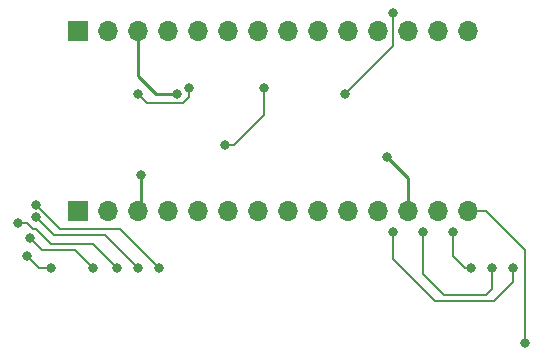
<source format=gbr>
%TF.GenerationSoftware,KiCad,Pcbnew,(5.1.10-1-10_14)*%
%TF.CreationDate,2021-10-02T01:03:44-04:00*%
%TF.ProjectId,microcode-eeprom,6d696372-6f63-46f6-9465-2d656570726f,rev?*%
%TF.SameCoordinates,Original*%
%TF.FileFunction,Copper,L2,Bot*%
%TF.FilePolarity,Positive*%
%FSLAX46Y46*%
G04 Gerber Fmt 4.6, Leading zero omitted, Abs format (unit mm)*
G04 Created by KiCad (PCBNEW (5.1.10-1-10_14)) date 2021-10-02 01:03:44*
%MOMM*%
%LPD*%
G01*
G04 APERTURE LIST*
%TA.AperFunction,ComponentPad*%
%ADD10O,1.700000X1.700000*%
%TD*%
%TA.AperFunction,ComponentPad*%
%ADD11R,1.700000X1.700000*%
%TD*%
%TA.AperFunction,ViaPad*%
%ADD12C,0.800000*%
%TD*%
%TA.AperFunction,Conductor*%
%ADD13C,0.200000*%
%TD*%
%TA.AperFunction,Conductor*%
%ADD14C,0.250000*%
%TD*%
G04 APERTURE END LIST*
D10*
%TO.P,J2,14*%
%TO.N,/D3*%
X136906000Y-87630000D03*
%TO.P,J2,13*%
%TO.N,/D4*%
X134366000Y-87630000D03*
%TO.P,J2,12*%
%TO.N,/D5*%
X131826000Y-87630000D03*
%TO.P,J2,11*%
%TO.N,/D6*%
X129286000Y-87630000D03*
%TO.P,J2,10*%
%TO.N,/D7*%
X126746000Y-87630000D03*
%TO.P,J2,9*%
%TO.N,/~CS*%
X124206000Y-87630000D03*
%TO.P,J2,8*%
%TO.N,/A10*%
X121666000Y-87630000D03*
%TO.P,J2,7*%
%TO.N,/~OE*%
X119126000Y-87630000D03*
%TO.P,J2,6*%
%TO.N,/A11*%
X116586000Y-87630000D03*
%TO.P,J2,5*%
%TO.N,/A9*%
X114046000Y-87630000D03*
%TO.P,J2,4*%
%TO.N,/A8*%
X111506000Y-87630000D03*
%TO.P,J2,3*%
%TO.N,/A13*%
X108966000Y-87630000D03*
%TO.P,J2,2*%
%TO.N,/~WE*%
X106426000Y-87630000D03*
D11*
%TO.P,J2,1*%
%TO.N,VCC*%
X103886000Y-87630000D03*
%TD*%
D10*
%TO.P,J1,14*%
%TO.N,GND*%
X136906000Y-102870000D03*
%TO.P,J1,13*%
%TO.N,/D2*%
X134366000Y-102870000D03*
%TO.P,J1,12*%
%TO.N,/D1*%
X131826000Y-102870000D03*
%TO.P,J1,11*%
%TO.N,/D0*%
X129286000Y-102870000D03*
%TO.P,J1,10*%
%TO.N,/A0*%
X126746000Y-102870000D03*
%TO.P,J1,9*%
%TO.N,/A1*%
X124206000Y-102870000D03*
%TO.P,J1,8*%
%TO.N,/A2*%
X121666000Y-102870000D03*
%TO.P,J1,7*%
%TO.N,/A3*%
X119126000Y-102870000D03*
%TO.P,J1,6*%
%TO.N,/A4*%
X116586000Y-102870000D03*
%TO.P,J1,5*%
%TO.N,/A5*%
X114046000Y-102870000D03*
%TO.P,J1,4*%
%TO.N,/A6*%
X111506000Y-102870000D03*
%TO.P,J1,3*%
%TO.N,/A7*%
X108966000Y-102870000D03*
%TO.P,J1,2*%
%TO.N,/A12*%
X106426000Y-102870000D03*
D11*
%TO.P,J1,1*%
%TO.N,/A14*%
X103886000Y-102870000D03*
%TD*%
D12*
%TO.N,GND*%
X141732000Y-114046000D03*
%TO.N,/A7*%
X109220000Y-99822000D03*
%TO.N,/A10*%
X98806000Y-103886000D03*
X107188000Y-107696000D03*
%TO.N,/A11*%
X99822000Y-105156000D03*
X105156000Y-107696000D03*
%TO.N,/A9*%
X100330000Y-103378000D03*
X108966000Y-107696000D03*
%TO.N,/A8*%
X110744000Y-107696000D03*
X100391990Y-102362000D03*
%TO.N,/A13*%
X112268000Y-92964000D03*
X99568000Y-106680000D03*
X101600000Y-107696000D03*
%TO.N,/D2*%
X135636000Y-104648000D03*
X137160000Y-107696000D03*
%TO.N,/D1*%
X130048000Y-98298000D03*
X133096000Y-104648000D03*
X138938000Y-107696000D03*
%TO.N,/D0*%
X130556000Y-104648000D03*
X140716000Y-107696000D03*
%TO.N,/D5*%
X130556000Y-86106000D03*
X126492000Y-92964000D03*
%TO.N,/~OE*%
X116332000Y-97282000D03*
X119634000Y-92456000D03*
%TO.N,/~WE*%
X108966000Y-92964000D03*
X113284000Y-92456000D03*
%TD*%
D13*
%TO.N,GND*%
X136906000Y-102870000D02*
X138430000Y-102870000D01*
X138430000Y-102870000D02*
X141732000Y-106172000D01*
X141732000Y-106172000D02*
X141732000Y-114046000D01*
D14*
%TO.N,/A7*%
X109220000Y-102616000D02*
X108966000Y-102870000D01*
X109220000Y-99822000D02*
X109220000Y-102616000D01*
D13*
%TO.N,/A10*%
X98806000Y-103886000D02*
X99568000Y-103886000D01*
X99568000Y-103886000D02*
X100076000Y-104394000D01*
X100076000Y-104394000D02*
X100330000Y-104394000D01*
X100330000Y-104394000D02*
X101600000Y-105664000D01*
X101600000Y-105664000D02*
X105156000Y-105664000D01*
X105156000Y-105664000D02*
X107188000Y-107696000D01*
%TO.N,/A11*%
X99822000Y-105156000D02*
X100838000Y-106172000D01*
X100838000Y-106172000D02*
X103632000Y-106172000D01*
X103632000Y-106172000D02*
X105156000Y-107696000D01*
%TO.N,/A9*%
X100330000Y-103378000D02*
X101854000Y-104902000D01*
X101854000Y-104902000D02*
X106172000Y-104902000D01*
X106172000Y-104902000D02*
X108966000Y-107696000D01*
%TO.N,/A8*%
X107442000Y-104394000D02*
X102423990Y-104394000D01*
X102423990Y-104394000D02*
X100391990Y-102362000D01*
X110744000Y-107696000D02*
X107442000Y-104394000D01*
D14*
%TO.N,/A13*%
X108966000Y-87630000D02*
X108966000Y-91440000D01*
X108966000Y-91440000D02*
X110490000Y-92964000D01*
X110490000Y-92964000D02*
X112268000Y-92964000D01*
D13*
X99568000Y-106680000D02*
X100584000Y-107696000D01*
X100584000Y-107696000D02*
X101600000Y-107696000D01*
%TO.N,/D2*%
X135636000Y-104648000D02*
X135636000Y-106680000D01*
X136652000Y-107696000D02*
X137160000Y-107696000D01*
X135636000Y-106680000D02*
X136652000Y-107696000D01*
D14*
%TO.N,/D1*%
X130048000Y-98298000D02*
X131826000Y-100076000D01*
X131826000Y-100076000D02*
X131826000Y-102870000D01*
D13*
X133096000Y-104648000D02*
X133096000Y-108204000D01*
X133096000Y-108204000D02*
X134874000Y-109982000D01*
X134874000Y-109982000D02*
X138430000Y-109982000D01*
X138430000Y-109982000D02*
X138938000Y-109474000D01*
X138938000Y-109474000D02*
X138938000Y-107696000D01*
%TO.N,/D0*%
X130556000Y-104648000D02*
X130556000Y-106934000D01*
X130556000Y-106934000D02*
X134112000Y-110490000D01*
X140716000Y-108927978D02*
X140716000Y-107696000D01*
X139153978Y-110490000D02*
X140716000Y-108927978D01*
X134112000Y-110490000D02*
X139153978Y-110490000D01*
%TO.N,/D5*%
X130556000Y-88900000D02*
X126492000Y-92964000D01*
X130556000Y-86106000D02*
X130556000Y-88900000D01*
%TO.N,/~OE*%
X116332000Y-97282000D02*
X117094000Y-97282000D01*
X117094000Y-97282000D02*
X119634000Y-94742000D01*
X119634000Y-94742000D02*
X119634000Y-92456000D01*
%TO.N,/~WE*%
X108966000Y-92964000D02*
X109728000Y-93726000D01*
X109728000Y-93726000D02*
X112776000Y-93726000D01*
X112776000Y-93726000D02*
X113284000Y-93218000D01*
X113284000Y-93218000D02*
X113284000Y-92456000D01*
%TD*%
M02*

</source>
